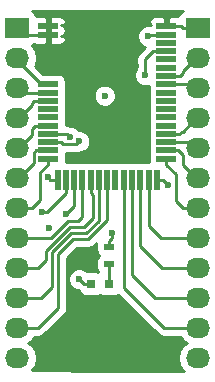
<source format=gbr>
G04 #@! TF.FileFunction,Copper,L1,Top,Signal*
%FSLAX46Y46*%
G04 Gerber Fmt 4.6, Leading zero omitted, Abs format (unit mm)*
G04 Created by KiCad (PCBNEW 4.0.2-stable) date 10/8/2016 11:45:13 AM*
%MOMM*%
G01*
G04 APERTURE LIST*
%ADD10C,0.100000*%
%ADD11R,0.797560X0.797560*%
%ADD12R,2.032000X1.727200*%
%ADD13O,2.032000X1.727200*%
%ADD14R,0.900000X0.500000*%
%ADD15R,1.700000X0.500000*%
%ADD16R,0.500000X1.700000*%
%ADD17C,0.600000*%
%ADD18C,0.250000*%
%ADD19C,0.254000*%
G04 APERTURE END LIST*
D10*
D11*
X33286700Y-41656000D03*
X34785300Y-41656000D03*
D12*
X27000000Y-20000000D03*
D13*
X27000000Y-22540000D03*
X27000000Y-25080000D03*
X27000000Y-27620000D03*
X27000000Y-30160000D03*
X27000000Y-32700000D03*
X27000000Y-35240000D03*
X27000000Y-37780000D03*
X27000000Y-40320000D03*
X27000000Y-42860000D03*
X27000000Y-45400000D03*
X27000000Y-47940000D03*
D12*
X42300000Y-20000000D03*
D13*
X42300000Y-22540000D03*
X42300000Y-25080000D03*
X42300000Y-27620000D03*
X42300000Y-30160000D03*
X42300000Y-32700000D03*
X42300000Y-35240000D03*
X42300000Y-37780000D03*
X42300000Y-40320000D03*
X42300000Y-42860000D03*
X42300000Y-45400000D03*
X42300000Y-47940000D03*
D14*
X34798000Y-38505000D03*
X34798000Y-40005000D03*
D15*
X39624000Y-19862000D03*
X39624000Y-20562000D03*
X39624000Y-21262000D03*
X39624000Y-21962000D03*
X39624000Y-22662000D03*
X39624000Y-23362000D03*
X39624000Y-24062000D03*
X39624000Y-24762000D03*
X39624000Y-25462000D03*
X39624000Y-26162000D03*
X39624000Y-26862000D03*
X39624000Y-27562000D03*
X39624000Y-28262000D03*
X39624000Y-28962000D03*
X39624000Y-29662000D03*
X39624000Y-30362000D03*
X39624000Y-31062000D03*
D16*
X38124000Y-32862000D03*
X37424000Y-32862000D03*
X36724000Y-32862000D03*
X36024000Y-32862000D03*
X35324000Y-32862000D03*
X34624000Y-32862000D03*
X33924000Y-32862000D03*
X38824000Y-32862000D03*
X33224000Y-32862000D03*
X32524000Y-32862000D03*
X31824000Y-32862000D03*
X31124000Y-32862000D03*
X30424000Y-32862000D03*
D15*
X29624000Y-19862000D03*
X29624000Y-20562000D03*
X29624000Y-24762000D03*
X29624000Y-25462000D03*
X29624000Y-26162000D03*
X29624000Y-26862000D03*
X29624000Y-27562000D03*
X29624000Y-28262000D03*
X29624000Y-28962000D03*
X29624000Y-29662000D03*
X29624000Y-30362000D03*
X29624000Y-31062000D03*
D17*
X39808011Y-33274000D03*
X29591000Y-32639000D03*
X29718000Y-36957000D03*
X37084000Y-23241000D03*
X34036000Y-21844000D03*
X32385000Y-20955000D03*
X36066000Y-29718000D03*
X36066000Y-27178000D03*
X32258000Y-48639000D03*
X37970000Y-48387000D03*
X34417000Y-45593000D03*
X29083000Y-35560000D03*
X34417000Y-25731000D03*
X32258000Y-41276080D03*
X38100000Y-20701000D03*
X32258000Y-29591000D03*
X31496000Y-29210000D03*
X31106204Y-35788039D03*
X37846000Y-24003000D03*
X35052000Y-37338000D03*
D18*
X39324000Y-32862000D02*
X39808011Y-33274000D01*
X39736000Y-33274000D02*
X39808011Y-33274000D01*
X38824000Y-32862000D02*
X39324000Y-32862000D01*
X29814000Y-32862000D02*
X29591000Y-32639000D01*
X30424000Y-32862000D02*
X29814000Y-32862000D01*
X42300000Y-20000000D02*
X41034000Y-20000000D01*
X41034000Y-20000000D02*
X40896000Y-19862000D01*
X40896000Y-19862000D02*
X40724000Y-19862000D01*
X40724000Y-19862000D02*
X39624000Y-19862000D01*
X29624000Y-20562000D02*
X27562000Y-20562000D01*
X27562000Y-20562000D02*
X27000000Y-20000000D01*
X31124000Y-32862000D02*
X31124000Y-33962000D01*
X31124000Y-33962000D02*
X29526000Y-35560000D01*
X29526000Y-35560000D02*
X29507264Y-35560000D01*
X29507264Y-35560000D02*
X29083000Y-35560000D01*
X33286700Y-41656000D02*
X32637920Y-41656000D01*
X32637920Y-41656000D02*
X32258000Y-41276080D01*
X29624000Y-24762000D02*
X29024000Y-24762000D01*
X29024000Y-24762000D02*
X27000000Y-22738000D01*
X27000000Y-22738000D02*
X27000000Y-22540000D01*
X38100000Y-20701000D02*
X38239000Y-20562000D01*
X38239000Y-20562000D02*
X39624000Y-20562000D01*
X32004000Y-29845000D02*
X32258000Y-29591000D01*
X30907000Y-29845000D02*
X32004000Y-29845000D01*
X29624000Y-29662000D02*
X30724000Y-29662000D01*
X30724000Y-29662000D02*
X30907000Y-29845000D01*
X31248000Y-28962000D02*
X31496000Y-29210000D01*
X29624000Y-28962000D02*
X31248000Y-28962000D01*
X34798000Y-40005000D02*
X34798000Y-41643300D01*
X34798000Y-41643300D02*
X34785300Y-41656000D01*
X31824000Y-35105000D02*
X31140961Y-35788039D01*
X31140961Y-35788039D02*
X31106204Y-35788039D01*
X31824000Y-32862000D02*
X31824000Y-35105000D01*
X39624000Y-24062000D02*
X40778000Y-24062000D01*
X41034000Y-23806000D02*
X41034000Y-23653600D01*
X40778000Y-24062000D02*
X41034000Y-23806000D01*
X41034000Y-23653600D02*
X42147600Y-22540000D01*
X42147600Y-22540000D02*
X42300000Y-22540000D01*
X39624000Y-24762000D02*
X41982000Y-24762000D01*
X41982000Y-24762000D02*
X42300000Y-25080000D01*
X39624000Y-21962000D02*
X38524000Y-21962000D01*
X38524000Y-21962000D02*
X37846000Y-22640000D01*
X37846000Y-22640000D02*
X37846000Y-23578736D01*
X37846000Y-23578736D02*
X37846000Y-24003000D01*
X35052000Y-37751000D02*
X35052000Y-37338000D01*
X34798000Y-38005000D02*
X35052000Y-37751000D01*
X34798000Y-38505000D02*
X34798000Y-38005000D01*
X40920500Y-28765500D02*
X41002100Y-28765500D01*
X41002100Y-28765500D02*
X42147600Y-27620000D01*
X42147600Y-27620000D02*
X42300000Y-27620000D01*
X39624000Y-28962000D02*
X40724000Y-28962000D01*
X40724000Y-28962000D02*
X40920500Y-28765500D01*
X39624000Y-29662000D02*
X41802000Y-29662000D01*
X41802000Y-29662000D02*
X42300000Y-30160000D01*
X41021000Y-30773998D02*
X41021000Y-31573400D01*
X41021000Y-31573400D02*
X42147600Y-32700000D01*
X42147600Y-32700000D02*
X42300000Y-32700000D01*
X39624000Y-30362000D02*
X40609002Y-30362000D01*
X40609002Y-30362000D02*
X41021000Y-30773998D01*
X42300000Y-35240000D02*
X41034000Y-35240000D01*
X41034000Y-35240000D02*
X40433012Y-34639012D01*
X40433012Y-34639012D02*
X40433012Y-32371012D01*
X40433012Y-32371012D02*
X39624000Y-31562000D01*
X39624000Y-31562000D02*
X39624000Y-31062000D01*
X38124000Y-36727000D02*
X39177000Y-37780000D01*
X39177000Y-37780000D02*
X42300000Y-37780000D01*
X38124000Y-32862000D02*
X38124000Y-36727000D01*
X37424000Y-38440000D02*
X39304000Y-40320000D01*
X39304000Y-40320000D02*
X42300000Y-40320000D01*
X37424000Y-32862000D02*
X37424000Y-38440000D01*
X36724000Y-40915000D02*
X38669000Y-42860000D01*
X38669000Y-42860000D02*
X42300000Y-42860000D01*
X36724000Y-32862000D02*
X36724000Y-40915000D01*
X36024000Y-41993000D02*
X39431000Y-45400000D01*
X39431000Y-45400000D02*
X42300000Y-45400000D01*
X36024000Y-32862000D02*
X36024000Y-41993000D01*
X30480000Y-43688000D02*
X28768000Y-45400000D01*
X28768000Y-45400000D02*
X27000000Y-45400000D01*
X30480000Y-39116000D02*
X30480000Y-43688000D01*
X31750000Y-37846000D02*
X30480000Y-39116000D01*
X33020000Y-37846000D02*
X31750000Y-37846000D01*
X34624000Y-36242000D02*
X33020000Y-37846000D01*
X34624000Y-32862000D02*
X34624000Y-36242000D01*
X33924000Y-32862000D02*
X33924000Y-36305590D01*
X31563600Y-37395990D02*
X29972000Y-38987590D01*
X33924000Y-36305590D02*
X32833600Y-37395990D01*
X32833600Y-37395990D02*
X31563600Y-37395990D01*
X29972000Y-38987590D02*
X29972000Y-41910000D01*
X29972000Y-41910000D02*
X29022000Y-42860000D01*
X29022000Y-42860000D02*
X27000000Y-42860000D01*
X29464000Y-39624000D02*
X28768000Y-40320000D01*
X28768000Y-40320000D02*
X27000000Y-40320000D01*
X29464000Y-38859180D02*
X29464000Y-39624000D01*
X32639000Y-36830000D02*
X31493180Y-36830000D01*
X31493180Y-36830000D02*
X29464000Y-38859180D01*
X33401000Y-36068000D02*
X32639000Y-36830000D01*
X33401000Y-34139000D02*
X33401000Y-36068000D01*
X33224000Y-32862000D02*
X33224000Y-33962000D01*
X33224000Y-33962000D02*
X33401000Y-34139000D01*
X31306779Y-36379991D02*
X29906770Y-37780000D01*
X29906770Y-37780000D02*
X27000000Y-37780000D01*
X32524000Y-35986990D02*
X32131000Y-36379990D01*
X32131000Y-36379990D02*
X31306779Y-36379991D01*
X32524000Y-32862000D02*
X32524000Y-35986990D01*
X29624000Y-25462000D02*
X27382000Y-25462000D01*
X27382000Y-25462000D02*
X27000000Y-25080000D01*
X29624000Y-26162000D02*
X28458000Y-26162000D01*
X27152400Y-27620000D02*
X27000000Y-27620000D01*
X28458000Y-26162000D02*
X28266000Y-26354000D01*
X28266000Y-26354000D02*
X28266000Y-26506400D01*
X28266000Y-26506400D02*
X27152400Y-27620000D01*
X27000000Y-30160000D02*
X27152400Y-30160000D01*
X27152400Y-30160000D02*
X28266000Y-29046400D01*
X28266000Y-29046400D02*
X28266000Y-28520000D01*
X28266000Y-28520000D02*
X28524000Y-28262000D01*
X28524000Y-28262000D02*
X29624000Y-28262000D01*
X28448000Y-30552998D02*
X28448000Y-31404400D01*
X28448000Y-31404400D02*
X27152400Y-32700000D01*
X27152400Y-32700000D02*
X27000000Y-32700000D01*
X29624000Y-30362000D02*
X28638998Y-30362000D01*
X28638998Y-30362000D02*
X28448000Y-30552998D01*
X29624000Y-31062000D02*
X29624000Y-31562000D01*
X28956000Y-34550000D02*
X28266000Y-35240000D01*
X29624000Y-31562000D02*
X28956000Y-32230000D01*
X28956000Y-32230000D02*
X28956000Y-34550000D01*
X28266000Y-35240000D02*
X27000000Y-35240000D01*
D19*
G36*
X33700560Y-38255000D02*
X33700560Y-38755000D01*
X33744838Y-38990317D01*
X33883910Y-39206441D01*
X33953711Y-39254134D01*
X33896559Y-39290910D01*
X33751569Y-39503110D01*
X33700560Y-39755000D01*
X33700560Y-40255000D01*
X33744838Y-40490317D01*
X33842122Y-40641501D01*
X33685480Y-40609780D01*
X32913999Y-40609780D01*
X32788327Y-40483888D01*
X32444799Y-40341242D01*
X32072833Y-40340918D01*
X31729057Y-40482963D01*
X31465808Y-40745753D01*
X31323162Y-41089281D01*
X31322838Y-41461247D01*
X31464883Y-41805023D01*
X31727673Y-42068272D01*
X32071201Y-42210918D01*
X32126808Y-42210966D01*
X32314569Y-42336424D01*
X32423830Y-42506221D01*
X32636030Y-42651211D01*
X32887920Y-42702220D01*
X33685480Y-42702220D01*
X33920797Y-42657942D01*
X34035993Y-42583815D01*
X34134630Y-42651211D01*
X34386520Y-42702220D01*
X35184080Y-42702220D01*
X35419397Y-42657942D01*
X35537891Y-42581693D01*
X38893599Y-45937401D01*
X39140161Y-46102148D01*
X39431000Y-46160000D01*
X40855352Y-46160000D01*
X41055585Y-46459670D01*
X41370366Y-46670000D01*
X41055585Y-46880330D01*
X40730729Y-47366511D01*
X40616655Y-47940000D01*
X40730729Y-48513489D01*
X41055585Y-48999670D01*
X41166828Y-49074000D01*
X34802741Y-49074000D01*
X28253100Y-48986671D01*
X28569271Y-48513489D01*
X28683345Y-47940000D01*
X28569271Y-47366511D01*
X28244415Y-46880330D01*
X27929634Y-46670000D01*
X28244415Y-46459670D01*
X28444648Y-46160000D01*
X28768000Y-46160000D01*
X29058839Y-46102148D01*
X29305401Y-45937401D01*
X31017401Y-44225401D01*
X31182148Y-43978839D01*
X31240000Y-43688000D01*
X31240000Y-39430802D01*
X32064802Y-38606000D01*
X33020000Y-38606000D01*
X33310839Y-38548148D01*
X33557401Y-38383401D01*
X33704307Y-38236495D01*
X33700560Y-38255000D01*
X33700560Y-38255000D01*
G37*
X33700560Y-38255000D02*
X33700560Y-38755000D01*
X33744838Y-38990317D01*
X33883910Y-39206441D01*
X33953711Y-39254134D01*
X33896559Y-39290910D01*
X33751569Y-39503110D01*
X33700560Y-39755000D01*
X33700560Y-40255000D01*
X33744838Y-40490317D01*
X33842122Y-40641501D01*
X33685480Y-40609780D01*
X32913999Y-40609780D01*
X32788327Y-40483888D01*
X32444799Y-40341242D01*
X32072833Y-40340918D01*
X31729057Y-40482963D01*
X31465808Y-40745753D01*
X31323162Y-41089281D01*
X31322838Y-41461247D01*
X31464883Y-41805023D01*
X31727673Y-42068272D01*
X32071201Y-42210918D01*
X32126808Y-42210966D01*
X32314569Y-42336424D01*
X32423830Y-42506221D01*
X32636030Y-42651211D01*
X32887920Y-42702220D01*
X33685480Y-42702220D01*
X33920797Y-42657942D01*
X34035993Y-42583815D01*
X34134630Y-42651211D01*
X34386520Y-42702220D01*
X35184080Y-42702220D01*
X35419397Y-42657942D01*
X35537891Y-42581693D01*
X38893599Y-45937401D01*
X39140161Y-46102148D01*
X39431000Y-46160000D01*
X40855352Y-46160000D01*
X41055585Y-46459670D01*
X41370366Y-46670000D01*
X41055585Y-46880330D01*
X40730729Y-47366511D01*
X40616655Y-47940000D01*
X40730729Y-48513489D01*
X41055585Y-48999670D01*
X41166828Y-49074000D01*
X34802741Y-49074000D01*
X28253100Y-48986671D01*
X28569271Y-48513489D01*
X28683345Y-47940000D01*
X28569271Y-47366511D01*
X28244415Y-46880330D01*
X27929634Y-46670000D01*
X28244415Y-46459670D01*
X28444648Y-46160000D01*
X28768000Y-46160000D01*
X29058839Y-46102148D01*
X29305401Y-45937401D01*
X31017401Y-44225401D01*
X31182148Y-43978839D01*
X31240000Y-43688000D01*
X31240000Y-39430802D01*
X32064802Y-38606000D01*
X33020000Y-38606000D01*
X33310839Y-38548148D01*
X33557401Y-38383401D01*
X33704307Y-38236495D01*
X33700560Y-38255000D01*
G36*
X40924302Y-18598073D02*
X40745673Y-18776701D01*
X40653568Y-18999061D01*
X40600309Y-18977000D01*
X39909750Y-18977000D01*
X39751000Y-19135750D01*
X39751000Y-19664560D01*
X39497000Y-19664560D01*
X39497000Y-19135750D01*
X39338250Y-18977000D01*
X38647691Y-18977000D01*
X38414302Y-19073673D01*
X38235673Y-19252301D01*
X38139000Y-19485690D01*
X38139000Y-19578250D01*
X38295748Y-19734998D01*
X38139000Y-19734998D01*
X38139000Y-19766033D01*
X37914833Y-19765838D01*
X37571057Y-19907883D01*
X37307808Y-20170673D01*
X37165162Y-20514201D01*
X37164838Y-20886167D01*
X37306883Y-21229943D01*
X37569673Y-21493192D01*
X37815803Y-21595395D01*
X37308599Y-22102599D01*
X37143852Y-22349161D01*
X37086000Y-22640000D01*
X37086000Y-23440537D01*
X37053808Y-23472673D01*
X36911162Y-23816201D01*
X36910838Y-24188167D01*
X37052883Y-24531943D01*
X37315673Y-24795192D01*
X37659201Y-24937838D01*
X38031167Y-24938162D01*
X38126560Y-24898747D01*
X38126560Y-25012000D01*
X38146067Y-25115671D01*
X38126560Y-25212000D01*
X38126560Y-25712000D01*
X38146067Y-25815671D01*
X38126560Y-25912000D01*
X38126560Y-26412000D01*
X38146067Y-26515671D01*
X38126560Y-26612000D01*
X38126560Y-27112000D01*
X38146067Y-27215671D01*
X38126560Y-27312000D01*
X38126560Y-27812000D01*
X38146067Y-27915671D01*
X38126560Y-28012000D01*
X38126560Y-28512000D01*
X38146067Y-28615671D01*
X38126560Y-28712000D01*
X38126560Y-29212000D01*
X38146067Y-29315671D01*
X38126560Y-29412000D01*
X38126560Y-29912000D01*
X38146067Y-30015671D01*
X38126560Y-30112000D01*
X38126560Y-30612000D01*
X38146067Y-30715671D01*
X38126560Y-30812000D01*
X38126560Y-31312000D01*
X38136450Y-31364560D01*
X37874000Y-31364560D01*
X37770329Y-31384067D01*
X37674000Y-31364560D01*
X37174000Y-31364560D01*
X37070329Y-31384067D01*
X36974000Y-31364560D01*
X36474000Y-31364560D01*
X36370329Y-31384067D01*
X36274000Y-31364560D01*
X35774000Y-31364560D01*
X35670329Y-31384067D01*
X35574000Y-31364560D01*
X35074000Y-31364560D01*
X34970329Y-31384067D01*
X34874000Y-31364560D01*
X34374000Y-31364560D01*
X34270329Y-31384067D01*
X34174000Y-31364560D01*
X33674000Y-31364560D01*
X33570329Y-31384067D01*
X33474000Y-31364560D01*
X32974000Y-31364560D01*
X32870329Y-31384067D01*
X32774000Y-31364560D01*
X32274000Y-31364560D01*
X32170329Y-31384067D01*
X32074000Y-31364560D01*
X31574000Y-31364560D01*
X31470329Y-31384067D01*
X31374000Y-31364560D01*
X31110796Y-31364560D01*
X31121440Y-31312000D01*
X31121440Y-30812000D01*
X31101933Y-30708329D01*
X31121440Y-30612000D01*
X31121440Y-30605000D01*
X32004000Y-30605000D01*
X32294839Y-30547148D01*
X32326399Y-30526060D01*
X32443167Y-30526162D01*
X32786943Y-30384117D01*
X33050192Y-30121327D01*
X33192838Y-29777799D01*
X33193162Y-29405833D01*
X33051117Y-29062057D01*
X32788327Y-28798808D01*
X32444799Y-28656162D01*
X32264108Y-28656005D01*
X32026327Y-28417808D01*
X31682799Y-28275162D01*
X31561594Y-28275056D01*
X31538839Y-28259852D01*
X31248000Y-28202000D01*
X31121440Y-28202000D01*
X31121440Y-28012000D01*
X31101933Y-27908329D01*
X31121440Y-27812000D01*
X31121440Y-27312000D01*
X31101933Y-27208329D01*
X31121440Y-27112000D01*
X31121440Y-26612000D01*
X31101933Y-26508329D01*
X31121440Y-26412000D01*
X31121440Y-25916167D01*
X33481838Y-25916167D01*
X33623883Y-26259943D01*
X33886673Y-26523192D01*
X34230201Y-26665838D01*
X34602167Y-26666162D01*
X34945943Y-26524117D01*
X35209192Y-26261327D01*
X35351838Y-25917799D01*
X35352162Y-25545833D01*
X35210117Y-25202057D01*
X34947327Y-24938808D01*
X34603799Y-24796162D01*
X34231833Y-24795838D01*
X33888057Y-24937883D01*
X33624808Y-25200673D01*
X33482162Y-25544201D01*
X33481838Y-25916167D01*
X31121440Y-25916167D01*
X31121440Y-25912000D01*
X31101933Y-25808329D01*
X31121440Y-25712000D01*
X31121440Y-25212000D01*
X31101933Y-25108329D01*
X31121440Y-25012000D01*
X31121440Y-24512000D01*
X31077162Y-24276683D01*
X30938090Y-24060559D01*
X30725890Y-23915569D01*
X30474000Y-23864560D01*
X29201362Y-23864560D01*
X28521614Y-23184812D01*
X28569271Y-23113489D01*
X28683345Y-22540000D01*
X28569271Y-21966511D01*
X28244415Y-21480330D01*
X28222220Y-21465500D01*
X28375698Y-21401927D01*
X28423492Y-21354134D01*
X28647691Y-21447000D01*
X29338250Y-21447000D01*
X29497000Y-21288250D01*
X29497000Y-20687000D01*
X29477000Y-20687000D01*
X29477000Y-20608250D01*
X29497000Y-20588250D01*
X29497000Y-19835750D01*
X29477000Y-19815750D01*
X29477000Y-19737000D01*
X29497000Y-19737000D01*
X29497000Y-19135750D01*
X29751000Y-19135750D01*
X29751000Y-19737000D01*
X29849750Y-19737000D01*
X29751000Y-19835750D01*
X29751000Y-20588250D01*
X29849750Y-20687000D01*
X29751000Y-20687000D01*
X29751000Y-21288250D01*
X29909750Y-21447000D01*
X30600309Y-21447000D01*
X30833698Y-21350327D01*
X31012327Y-21171699D01*
X31109000Y-20938310D01*
X31109000Y-20845750D01*
X30950250Y-20687000D01*
X30745162Y-20687000D01*
X30833698Y-20650327D01*
X31012327Y-20471699D01*
X31080758Y-20306492D01*
X31109000Y-20278250D01*
X31109000Y-20145750D01*
X31080758Y-20117508D01*
X31012327Y-19952301D01*
X30833698Y-19773673D01*
X30745162Y-19737000D01*
X30950250Y-19737000D01*
X31109000Y-19578250D01*
X31109000Y-19485690D01*
X31012327Y-19252301D01*
X30833698Y-19073673D01*
X30600309Y-18977000D01*
X29909750Y-18977000D01*
X29751000Y-19135750D01*
X29497000Y-19135750D01*
X29338250Y-18977000D01*
X28647691Y-18977000D01*
X28638816Y-18980676D01*
X28554327Y-18776701D01*
X28375698Y-18598073D01*
X28240326Y-18542000D01*
X41059674Y-18542000D01*
X40924302Y-18598073D01*
X40924302Y-18598073D01*
G37*
X40924302Y-18598073D02*
X40745673Y-18776701D01*
X40653568Y-18999061D01*
X40600309Y-18977000D01*
X39909750Y-18977000D01*
X39751000Y-19135750D01*
X39751000Y-19664560D01*
X39497000Y-19664560D01*
X39497000Y-19135750D01*
X39338250Y-18977000D01*
X38647691Y-18977000D01*
X38414302Y-19073673D01*
X38235673Y-19252301D01*
X38139000Y-19485690D01*
X38139000Y-19578250D01*
X38295748Y-19734998D01*
X38139000Y-19734998D01*
X38139000Y-19766033D01*
X37914833Y-19765838D01*
X37571057Y-19907883D01*
X37307808Y-20170673D01*
X37165162Y-20514201D01*
X37164838Y-20886167D01*
X37306883Y-21229943D01*
X37569673Y-21493192D01*
X37815803Y-21595395D01*
X37308599Y-22102599D01*
X37143852Y-22349161D01*
X37086000Y-22640000D01*
X37086000Y-23440537D01*
X37053808Y-23472673D01*
X36911162Y-23816201D01*
X36910838Y-24188167D01*
X37052883Y-24531943D01*
X37315673Y-24795192D01*
X37659201Y-24937838D01*
X38031167Y-24938162D01*
X38126560Y-24898747D01*
X38126560Y-25012000D01*
X38146067Y-25115671D01*
X38126560Y-25212000D01*
X38126560Y-25712000D01*
X38146067Y-25815671D01*
X38126560Y-25912000D01*
X38126560Y-26412000D01*
X38146067Y-26515671D01*
X38126560Y-26612000D01*
X38126560Y-27112000D01*
X38146067Y-27215671D01*
X38126560Y-27312000D01*
X38126560Y-27812000D01*
X38146067Y-27915671D01*
X38126560Y-28012000D01*
X38126560Y-28512000D01*
X38146067Y-28615671D01*
X38126560Y-28712000D01*
X38126560Y-29212000D01*
X38146067Y-29315671D01*
X38126560Y-29412000D01*
X38126560Y-29912000D01*
X38146067Y-30015671D01*
X38126560Y-30112000D01*
X38126560Y-30612000D01*
X38146067Y-30715671D01*
X38126560Y-30812000D01*
X38126560Y-31312000D01*
X38136450Y-31364560D01*
X37874000Y-31364560D01*
X37770329Y-31384067D01*
X37674000Y-31364560D01*
X37174000Y-31364560D01*
X37070329Y-31384067D01*
X36974000Y-31364560D01*
X36474000Y-31364560D01*
X36370329Y-31384067D01*
X36274000Y-31364560D01*
X35774000Y-31364560D01*
X35670329Y-31384067D01*
X35574000Y-31364560D01*
X35074000Y-31364560D01*
X34970329Y-31384067D01*
X34874000Y-31364560D01*
X34374000Y-31364560D01*
X34270329Y-31384067D01*
X34174000Y-31364560D01*
X33674000Y-31364560D01*
X33570329Y-31384067D01*
X33474000Y-31364560D01*
X32974000Y-31364560D01*
X32870329Y-31384067D01*
X32774000Y-31364560D01*
X32274000Y-31364560D01*
X32170329Y-31384067D01*
X32074000Y-31364560D01*
X31574000Y-31364560D01*
X31470329Y-31384067D01*
X31374000Y-31364560D01*
X31110796Y-31364560D01*
X31121440Y-31312000D01*
X31121440Y-30812000D01*
X31101933Y-30708329D01*
X31121440Y-30612000D01*
X31121440Y-30605000D01*
X32004000Y-30605000D01*
X32294839Y-30547148D01*
X32326399Y-30526060D01*
X32443167Y-30526162D01*
X32786943Y-30384117D01*
X33050192Y-30121327D01*
X33192838Y-29777799D01*
X33193162Y-29405833D01*
X33051117Y-29062057D01*
X32788327Y-28798808D01*
X32444799Y-28656162D01*
X32264108Y-28656005D01*
X32026327Y-28417808D01*
X31682799Y-28275162D01*
X31561594Y-28275056D01*
X31538839Y-28259852D01*
X31248000Y-28202000D01*
X31121440Y-28202000D01*
X31121440Y-28012000D01*
X31101933Y-27908329D01*
X31121440Y-27812000D01*
X31121440Y-27312000D01*
X31101933Y-27208329D01*
X31121440Y-27112000D01*
X31121440Y-26612000D01*
X31101933Y-26508329D01*
X31121440Y-26412000D01*
X31121440Y-25916167D01*
X33481838Y-25916167D01*
X33623883Y-26259943D01*
X33886673Y-26523192D01*
X34230201Y-26665838D01*
X34602167Y-26666162D01*
X34945943Y-26524117D01*
X35209192Y-26261327D01*
X35351838Y-25917799D01*
X35352162Y-25545833D01*
X35210117Y-25202057D01*
X34947327Y-24938808D01*
X34603799Y-24796162D01*
X34231833Y-24795838D01*
X33888057Y-24937883D01*
X33624808Y-25200673D01*
X33482162Y-25544201D01*
X33481838Y-25916167D01*
X31121440Y-25916167D01*
X31121440Y-25912000D01*
X31101933Y-25808329D01*
X31121440Y-25712000D01*
X31121440Y-25212000D01*
X31101933Y-25108329D01*
X31121440Y-25012000D01*
X31121440Y-24512000D01*
X31077162Y-24276683D01*
X30938090Y-24060559D01*
X30725890Y-23915569D01*
X30474000Y-23864560D01*
X29201362Y-23864560D01*
X28521614Y-23184812D01*
X28569271Y-23113489D01*
X28683345Y-22540000D01*
X28569271Y-21966511D01*
X28244415Y-21480330D01*
X28222220Y-21465500D01*
X28375698Y-21401927D01*
X28423492Y-21354134D01*
X28647691Y-21447000D01*
X29338250Y-21447000D01*
X29497000Y-21288250D01*
X29497000Y-20687000D01*
X29477000Y-20687000D01*
X29477000Y-20608250D01*
X29497000Y-20588250D01*
X29497000Y-19835750D01*
X29477000Y-19815750D01*
X29477000Y-19737000D01*
X29497000Y-19737000D01*
X29497000Y-19135750D01*
X29751000Y-19135750D01*
X29751000Y-19737000D01*
X29849750Y-19737000D01*
X29751000Y-19835750D01*
X29751000Y-20588250D01*
X29849750Y-20687000D01*
X29751000Y-20687000D01*
X29751000Y-21288250D01*
X29909750Y-21447000D01*
X30600309Y-21447000D01*
X30833698Y-21350327D01*
X31012327Y-21171699D01*
X31109000Y-20938310D01*
X31109000Y-20845750D01*
X30950250Y-20687000D01*
X30745162Y-20687000D01*
X30833698Y-20650327D01*
X31012327Y-20471699D01*
X31080758Y-20306492D01*
X31109000Y-20278250D01*
X31109000Y-20145750D01*
X31080758Y-20117508D01*
X31012327Y-19952301D01*
X30833698Y-19773673D01*
X30745162Y-19737000D01*
X30950250Y-19737000D01*
X31109000Y-19578250D01*
X31109000Y-19485690D01*
X31012327Y-19252301D01*
X30833698Y-19073673D01*
X30600309Y-18977000D01*
X29909750Y-18977000D01*
X29751000Y-19135750D01*
X29497000Y-19135750D01*
X29338250Y-18977000D01*
X28647691Y-18977000D01*
X28638816Y-18980676D01*
X28554327Y-18776701D01*
X28375698Y-18598073D01*
X28240326Y-18542000D01*
X41059674Y-18542000D01*
X40924302Y-18598073D01*
G36*
X42427000Y-19873000D02*
X42447000Y-19873000D01*
X42447000Y-20127000D01*
X42427000Y-20127000D01*
X42427000Y-20147000D01*
X42173000Y-20147000D01*
X42173000Y-20127000D01*
X42153000Y-20127000D01*
X42153000Y-19873000D01*
X42173000Y-19873000D01*
X42173000Y-19853000D01*
X42427000Y-19853000D01*
X42427000Y-19873000D01*
X42427000Y-19873000D01*
G37*
X42427000Y-19873000D02*
X42447000Y-19873000D01*
X42447000Y-20127000D01*
X42427000Y-20127000D01*
X42427000Y-20147000D01*
X42173000Y-20147000D01*
X42173000Y-20127000D01*
X42153000Y-20127000D01*
X42153000Y-19873000D01*
X42173000Y-19873000D01*
X42173000Y-19853000D01*
X42427000Y-19853000D01*
X42427000Y-19873000D01*
G36*
X27127000Y-19873000D02*
X27147000Y-19873000D01*
X27147000Y-20127000D01*
X27127000Y-20127000D01*
X27127000Y-20147000D01*
X26873000Y-20147000D01*
X26873000Y-20127000D01*
X26853000Y-20127000D01*
X26853000Y-19873000D01*
X26873000Y-19873000D01*
X26873000Y-19853000D01*
X27127000Y-19853000D01*
X27127000Y-19873000D01*
X27127000Y-19873000D01*
G37*
X27127000Y-19873000D02*
X27147000Y-19873000D01*
X27147000Y-20127000D01*
X27127000Y-20127000D01*
X27127000Y-20147000D01*
X26873000Y-20147000D01*
X26873000Y-20127000D01*
X26853000Y-20127000D01*
X26853000Y-19873000D01*
X26873000Y-19873000D01*
X26873000Y-19853000D01*
X27127000Y-19853000D01*
X27127000Y-19873000D01*
M02*

</source>
